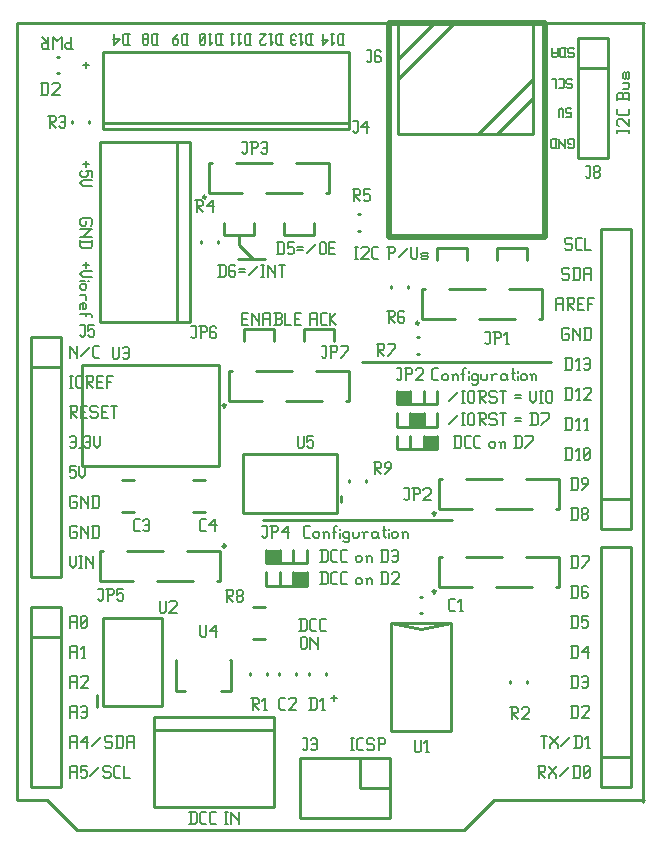
<source format=gbr>
G04 start of page 8 for group -4079 idx -4079 *
G04 Title: (unknown), topsilk *
G04 Creator: pcb 20140316 *
G04 CreationDate: Mon 18 May 2015 09:44:02 PM GMT UTC *
G04 For: ndholmes *
G04 Format: Gerber/RS-274X *
G04 PCB-Dimensions (mil): 2110.00 2710.00 *
G04 PCB-Coordinate-Origin: lower left *
%MOIN*%
%FSLAX25Y25*%
%LNTOPSILK*%
%ADD86C,0.0200*%
%ADD85C,0.0080*%
%ADD84C,0.0100*%
%ADD83C,0.0001*%
G54D83*G36*
X132000Y140000D02*X136500D01*
Y135500D01*
X132000D01*
Y140000D01*
G37*
G36*
X127500Y147500D02*X132000D01*
Y143000D01*
X127500D01*
Y147500D01*
G37*
G36*
X136500Y132500D02*X141000D01*
Y128000D01*
X136500D01*
Y132500D01*
G37*
G36*
X93000Y87000D02*X97500D01*
Y82500D01*
X93000D01*
Y87000D01*
G37*
G36*
X84000Y94500D02*X88500D01*
Y90000D01*
X84000D01*
Y94500D01*
G37*
G54D84*X150000Y1000D02*X21000D01*
X160000Y11000D02*X150000Y1000D01*
X1000Y11000D02*X11000D01*
X210000D02*X160000D01*
X83000Y104500D02*X146000D01*
X84000Y87000D02*Y82500D01*
Y94500D02*Y90000D01*
X88500Y82500D02*Y87000D01*
X97500D02*Y82500D01*
X84000D02*X97500D01*
X127500Y140000D02*Y135500D01*
Y132500D02*Y128000D01*
X132000D02*Y132500D01*
X127500Y147500D02*Y143000D01*
X132000D02*Y147500D01*
X136500Y143000D02*Y147500D01*
X141000D02*Y143000D01*
X127500D02*X141000D01*
X132000Y135500D02*Y140000D01*
X136500Y135500D02*Y140000D01*
X141000D02*Y135500D01*
X127500D02*X141000D01*
X136500Y128000D02*Y132500D01*
X127500Y128000D02*X141000D01*
Y132500D02*Y128000D01*
X116000Y157000D02*X179000D01*
X21000Y1000D02*X11000Y11000D01*
X1000D02*Y270000D01*
X88500Y90000D02*Y94500D01*
X93000Y90000D02*Y94500D01*
X97500D02*Y90000D01*
X84000D02*X97500D01*
X93000Y82500D02*Y87000D01*
X80000Y203500D02*Y199500D01*
X90000D02*Y203500D01*
X80000Y199500D02*X70000D01*
X100000D02*X90000D01*
X70000D02*Y203500D01*
X75000Y199500D02*Y196000D01*
X79500Y191500D01*
X74500D02*X83500D01*
X100000Y203500D02*Y199500D01*
X96500Y164000D02*Y168000D01*
X76500Y164000D02*Y168000D01*
X86500D02*X76500D01*
X86500D02*Y164000D01*
X209500Y269500D02*Y10500D01*
X128000Y251500D02*X146500Y270000D01*
X128000Y258000D02*X140000Y270000D01*
X128000Y233000D02*Y270000D01*
X173000Y251500D02*X154500Y233000D01*
X173000Y245000D02*X161000Y233000D01*
X173000D02*X128000D01*
X173000Y270000D02*Y233000D01*
X1000Y270000D02*X210000D01*
X141000Y191000D02*Y195000D01*
X151000D02*X141000D01*
X151000D02*Y191000D01*
X171000Y195000D02*Y191000D01*
X161000D02*Y195000D01*
X171000D02*X161000D01*
X106500Y168000D02*Y164000D01*
Y168000D02*X96500D01*
G54D85*X18500Y22000D02*Y18500D01*
Y22000D02*X19000Y22500D01*
X20500D01*
X21000Y22000D01*
Y18500D01*
X18500Y20500D02*X21000D01*
X22200Y22500D02*X24200D01*
X22200D02*Y20500D01*
X22700Y21000D01*
X23700D01*
X24200Y20500D01*
Y19000D01*
X23700Y18500D02*X24200Y19000D01*
X22700Y18500D02*X23700D01*
X22200Y19000D02*X22700Y18500D01*
X25400Y19000D02*X28400Y22000D01*
X31600Y22500D02*X32100Y22000D01*
X30100Y22500D02*X31600D01*
X29600Y22000D02*X30100Y22500D01*
X29600Y22000D02*Y21000D01*
X30100Y20500D01*
X31600D01*
X32100Y20000D01*
Y19000D01*
X31600Y18500D02*X32100Y19000D01*
X30100Y18500D02*X31600D01*
X29600Y19000D02*X30100Y18500D01*
X33800D02*X35300D01*
X33300Y19000D02*X33800Y18500D01*
X33300Y22000D02*Y19000D01*
Y22000D02*X33800Y22500D01*
X35300D01*
X36500D02*Y18500D01*
X38500D01*
X18500Y32000D02*Y28500D01*
Y32000D02*X19000Y32500D01*
X20500D01*
X21000Y32000D01*
Y28500D01*
X18500Y30500D02*X21000D01*
X22200D02*X24200Y32500D01*
X22200Y30500D02*X24700D01*
X24200Y32500D02*Y28500D01*
X25900Y29000D02*X28900Y32000D01*
X32100Y32500D02*X32600Y32000D01*
X30600Y32500D02*X32100D01*
X30100Y32000D02*X30600Y32500D01*
X30100Y32000D02*Y31000D01*
X30600Y30500D01*
X32100D01*
X32600Y30000D01*
Y29000D01*
X32100Y28500D02*X32600Y29000D01*
X30600Y28500D02*X32100D01*
X30100Y29000D02*X30600Y28500D01*
X34300Y32500D02*Y28500D01*
X35800Y32500D02*X36300Y32000D01*
Y29000D01*
X35800Y28500D02*X36300Y29000D01*
X33800Y28500D02*X35800D01*
X33800Y32500D02*X35800D01*
X37500Y32000D02*Y28500D01*
Y32000D02*X38000Y32500D01*
X39500D01*
X40000Y32000D01*
Y28500D01*
X37500Y30500D02*X40000D01*
X18500Y42000D02*Y38500D01*
Y42000D02*X19000Y42500D01*
X20500D01*
X21000Y42000D01*
Y38500D01*
X18500Y40500D02*X21000D01*
X22200Y42000D02*X22700Y42500D01*
X23700D01*
X24200Y42000D01*
Y39000D01*
X23700Y38500D02*X24200Y39000D01*
X22700Y38500D02*X23700D01*
X22200Y39000D02*X22700Y38500D01*
Y40500D02*X24200D01*
X18500Y52000D02*Y48500D01*
Y52000D02*X19000Y52500D01*
X20500D01*
X21000Y52000D01*
Y48500D01*
X18500Y50500D02*X21000D01*
X22200Y52000D02*X22700Y52500D01*
X24200D01*
X24700Y52000D01*
Y51000D01*
X22200Y48500D02*X24700Y51000D01*
X22200Y48500D02*X24700D01*
X18500Y62000D02*Y58500D01*
Y62000D02*X19000Y62500D01*
X20500D01*
X21000Y62000D01*
Y58500D01*
X18500Y60500D02*X21000D01*
X22700Y58500D02*X23700D01*
X23200Y62500D02*Y58500D01*
X22200Y61500D02*X23200Y62500D01*
X58800Y7200D02*Y3200D01*
X60300Y7200D02*X60800Y6700D01*
Y3700D01*
X60300Y3200D02*X60800Y3700D01*
X58300Y3200D02*X60300D01*
X58300Y7200D02*X60300D01*
X62500Y3200D02*X64000D01*
X62000Y3700D02*X62500Y3200D01*
X62000Y6700D02*Y3700D01*
Y6700D02*X62500Y7200D01*
X64000D01*
X65700Y3200D02*X67200D01*
X65200Y3700D02*X65700Y3200D01*
X65200Y6700D02*Y3700D01*
Y6700D02*X65700Y7200D01*
X67200D01*
X70200D02*X71200D01*
X70700D02*Y3200D01*
X70200D02*X71200D01*
X72400Y7200D02*Y3200D01*
Y7200D02*Y6700D01*
X74900Y4200D01*
Y7200D02*Y3200D01*
X18500Y72000D02*Y68500D01*
Y72000D02*X19000Y72500D01*
X20500D01*
X21000Y72000D01*
Y68500D01*
X18500Y70500D02*X21000D01*
X22200Y69000D02*X22700Y68500D01*
X22200Y72000D02*Y69000D01*
Y72000D02*X22700Y72500D01*
X23700D01*
X24200Y72000D01*
Y69000D01*
X23700Y68500D02*X24200Y69000D01*
X22700Y68500D02*X23700D01*
X22200Y69500D02*X24200Y71500D01*
X18500Y92500D02*Y89500D01*
X19500Y88500D01*
X20500Y89500D01*
Y92500D02*Y89500D01*
X21700Y92500D02*X22700D01*
X22200D02*Y88500D01*
X21700D02*X22700D01*
X23900Y92500D02*Y88500D01*
Y92500D02*Y92000D01*
X26400Y89500D01*
Y92500D02*Y88500D01*
X186000Y52500D02*Y48500D01*
X187500Y52500D02*X188000Y52000D01*
Y49000D01*
X187500Y48500D02*X188000Y49000D01*
X185500Y48500D02*X187500D01*
X185500Y52500D02*X187500D01*
X189200Y52000D02*X189700Y52500D01*
X190700D01*
X191200Y52000D01*
Y49000D01*
X190700Y48500D02*X191200Y49000D01*
X189700Y48500D02*X190700D01*
X189200Y49000D02*X189700Y48500D01*
Y50500D02*X191200D01*
X186000Y62500D02*Y58500D01*
X187500Y62500D02*X188000Y62000D01*
Y59000D01*
X187500Y58500D02*X188000Y59000D01*
X185500Y58500D02*X187500D01*
X185500Y62500D02*X187500D01*
X189200Y60500D02*X191200Y62500D01*
X189200Y60500D02*X191700D01*
X191200Y62500D02*Y58500D01*
X186000Y42500D02*Y38500D01*
X187500Y42500D02*X188000Y42000D01*
Y39000D01*
X187500Y38500D02*X188000Y39000D01*
X185500Y38500D02*X187500D01*
X185500Y42500D02*X187500D01*
X189200Y42000D02*X189700Y42500D01*
X191200D01*
X191700Y42000D01*
Y41000D01*
X189200Y38500D02*X191700Y41000D01*
X189200Y38500D02*X191700D01*
X174500Y22500D02*X176500D01*
X177000Y22000D01*
Y21000D01*
X176500Y20500D02*X177000Y21000D01*
X175000Y20500D02*X176500D01*
X175000Y22500D02*Y18500D01*
Y20500D02*X177000Y18500D01*
X178200Y22500D02*Y22000D01*
X180700Y19500D01*
Y18500D01*
X178200Y19500D02*Y18500D01*
Y19500D02*X180700Y22000D01*
Y22500D02*Y22000D01*
X181900Y19000D02*X184900Y22000D01*
X186600Y22500D02*Y18500D01*
X188100Y22500D02*X188600Y22000D01*
Y19000D01*
X188100Y18500D02*X188600Y19000D01*
X186100Y18500D02*X188100D01*
X186100Y22500D02*X188100D01*
X189800Y19000D02*X190300Y18500D01*
X189800Y22000D02*Y19000D01*
Y22000D02*X190300Y22500D01*
X191300D01*
X191800Y22000D01*
Y19000D01*
X191300Y18500D02*X191800Y19000D01*
X190300Y18500D02*X191300D01*
X189800Y19500D02*X191800Y21500D01*
X112100Y31600D02*X113100D01*
X112600D02*Y27600D01*
X112100D02*X113100D01*
X114800D02*X116300D01*
X114300Y28100D02*X114800Y27600D01*
X114300Y31100D02*Y28100D01*
Y31100D02*X114800Y31600D01*
X116300D01*
X119500D02*X120000Y31100D01*
X118000Y31600D02*X119500D01*
X117500Y31100D02*X118000Y31600D01*
X117500Y31100D02*Y30100D01*
X118000Y29600D01*
X119500D01*
X120000Y29100D01*
Y28100D01*
X119500Y27600D02*X120000Y28100D01*
X118000Y27600D02*X119500D01*
X117500Y28100D02*X118000Y27600D01*
X121700Y31600D02*Y27600D01*
X121200Y31600D02*X123200D01*
X123700Y31100D01*
Y30100D01*
X123200Y29600D02*X123700Y30100D01*
X121700Y29600D02*X123200D01*
X175500Y32500D02*X177500D01*
X176500D02*Y28500D01*
X178700Y32500D02*Y32000D01*
X181200Y29500D01*
Y28500D01*
X178700Y29500D02*Y28500D01*
Y29500D02*X181200Y32000D01*
Y32500D02*Y32000D01*
X182400Y29000D02*X185400Y32000D01*
X187100Y32500D02*Y28500D01*
X188600Y32500D02*X189100Y32000D01*
Y29000D01*
X188600Y28500D02*X189100Y29000D01*
X186600Y28500D02*X188600D01*
X186600Y32500D02*X188600D01*
X190800Y28500D02*X191800D01*
X191300Y32500D02*Y28500D01*
X190300Y31500D02*X191300Y32500D01*
X105500Y45000D02*X107500D01*
X106500Y46000D02*Y44000D01*
X186000Y92500D02*Y88500D01*
X187500Y92500D02*X188000Y92000D01*
Y89000D01*
X187500Y88500D02*X188000Y89000D01*
X185500Y88500D02*X187500D01*
X185500Y92500D02*X187500D01*
X189200Y88500D02*X191700Y91000D01*
Y92500D02*Y91000D01*
X189200Y92500D02*X191700D01*
X186000Y82500D02*Y78500D01*
X187500Y82500D02*X188000Y82000D01*
Y79000D01*
X187500Y78500D02*X188000Y79000D01*
X185500Y78500D02*X187500D01*
X185500Y82500D02*X187500D01*
X190700D02*X191200Y82000D01*
X189700Y82500D02*X190700D01*
X189200Y82000D02*X189700Y82500D01*
X189200Y82000D02*Y79000D01*
X189700Y78500D01*
X190700Y80500D02*X191200Y80000D01*
X189200Y80500D02*X190700D01*
X189700Y78500D02*X190700D01*
X191200Y79000D01*
Y80000D02*Y79000D01*
X186000Y72500D02*Y68500D01*
X187500Y72500D02*X188000Y72000D01*
Y69000D01*
X187500Y68500D02*X188000Y69000D01*
X185500Y68500D02*X187500D01*
X185500Y72500D02*X187500D01*
X189200D02*X191200D01*
X189200D02*Y70500D01*
X189700Y71000D01*
X190700D01*
X191200Y70500D01*
Y69000D01*
X190700Y68500D02*X191200Y69000D01*
X189700Y68500D02*X190700D01*
X189200Y69000D02*X189700Y68500D01*
X97000Y98500D02*X98500D01*
X96500Y99000D02*X97000Y98500D01*
X96500Y102000D02*Y99000D01*
Y102000D02*X97000Y102500D01*
X98500D01*
X99700Y100000D02*Y99000D01*
Y100000D02*X100200Y100500D01*
X101200D01*
X101700Y100000D01*
Y99000D01*
X101200Y98500D02*X101700Y99000D01*
X100200Y98500D02*X101200D01*
X99700Y99000D02*X100200Y98500D01*
X103400Y100000D02*Y98500D01*
Y100000D02*X103900Y100500D01*
X104400D01*
X104900Y100000D01*
Y98500D01*
X102900Y100500D02*X103400Y100000D01*
X106600Y102000D02*Y98500D01*
Y102000D02*X107100Y102500D01*
X107600D01*
X106100Y100500D02*X107100D01*
X108600Y101500D02*Y101000D01*
Y100000D02*Y98500D01*
X111100Y100500D02*X111600Y100000D01*
X110100Y100500D02*X111100D01*
X109600Y100000D02*X110100Y100500D01*
X109600Y100000D02*Y99000D01*
X110100Y98500D01*
X111100D01*
X111600Y99000D01*
X109600Y97500D02*X110100Y97000D01*
X111100D01*
X111600Y97500D01*
Y100500D02*Y97500D01*
X112800Y100500D02*Y99000D01*
X113300Y98500D01*
X114300D01*
X114800Y99000D01*
Y100500D02*Y99000D01*
X116500Y100000D02*Y98500D01*
Y100000D02*X117000Y100500D01*
X118000D01*
X116000D02*X116500Y100000D01*
X120700Y100500D02*X121200Y100000D01*
X119700Y100500D02*X120700D01*
X119200Y100000D02*X119700Y100500D01*
X119200Y100000D02*Y99000D01*
X119700Y98500D01*
X121200Y100500D02*Y99000D01*
X121700Y98500D01*
X119700D02*X120700D01*
X121200Y99000D01*
X123400Y102500D02*Y99000D01*
X123900Y98500D01*
X122900Y101000D02*X123900D01*
X124900Y101500D02*Y101000D01*
Y100000D02*Y98500D01*
X125900Y100000D02*Y99000D01*
Y100000D02*X126400Y100500D01*
X127400D01*
X127900Y100000D01*
Y99000D01*
X127400Y98500D02*X127900Y99000D01*
X126400Y98500D02*X127400D01*
X125900Y99000D02*X126400Y98500D01*
X129600Y100000D02*Y98500D01*
Y100000D02*X130100Y100500D01*
X130600D01*
X131100Y100000D01*
Y98500D01*
X129100Y100500D02*X129600Y100000D01*
X102500Y87000D02*Y83000D01*
X104000Y87000D02*X104500Y86500D01*
Y83500D01*
X104000Y83000D02*X104500Y83500D01*
X102000Y83000D02*X104000D01*
X102000Y87000D02*X104000D01*
X106200Y83000D02*X107700D01*
X105700Y83500D02*X106200Y83000D01*
X105700Y86500D02*Y83500D01*
Y86500D02*X106200Y87000D01*
X107700D01*
X109400Y83000D02*X110900D01*
X108900Y83500D02*X109400Y83000D01*
X108900Y86500D02*Y83500D01*
Y86500D02*X109400Y87000D01*
X110900D01*
X113900Y84500D02*Y83500D01*
Y84500D02*X114400Y85000D01*
X115400D01*
X115900Y84500D01*
Y83500D01*
X115400Y83000D02*X115900Y83500D01*
X114400Y83000D02*X115400D01*
X113900Y83500D02*X114400Y83000D01*
X117600Y84500D02*Y83000D01*
Y84500D02*X118100Y85000D01*
X118600D01*
X119100Y84500D01*
Y83000D01*
X117100Y85000D02*X117600Y84500D01*
X122600Y87000D02*Y83000D01*
X124100Y87000D02*X124600Y86500D01*
Y83500D01*
X124100Y83000D02*X124600Y83500D01*
X122100Y83000D02*X124100D01*
X122100Y87000D02*X124100D01*
X125800Y86500D02*X126300Y87000D01*
X127800D01*
X128300Y86500D01*
Y85500D01*
X125800Y83000D02*X128300Y85500D01*
X125800Y83000D02*X128300D01*
X102500Y94500D02*Y90500D01*
X104000Y94500D02*X104500Y94000D01*
Y91000D01*
X104000Y90500D02*X104500Y91000D01*
X102000Y90500D02*X104000D01*
X102000Y94500D02*X104000D01*
X106200Y90500D02*X107700D01*
X105700Y91000D02*X106200Y90500D01*
X105700Y94000D02*Y91000D01*
Y94000D02*X106200Y94500D01*
X107700D01*
X109400Y90500D02*X110900D01*
X108900Y91000D02*X109400Y90500D01*
X108900Y94000D02*Y91000D01*
Y94000D02*X109400Y94500D01*
X110900D01*
X113900Y92000D02*Y91000D01*
Y92000D02*X114400Y92500D01*
X115400D01*
X115900Y92000D01*
Y91000D01*
X115400Y90500D02*X115900Y91000D01*
X114400Y90500D02*X115400D01*
X113900Y91000D02*X114400Y90500D01*
X117600Y92000D02*Y90500D01*
Y92000D02*X118100Y92500D01*
X118600D01*
X119100Y92000D01*
Y90500D01*
X117100Y92500D02*X117600Y92000D01*
X122600Y94500D02*Y90500D01*
X124100Y94500D02*X124600Y94000D01*
Y91000D01*
X124100Y90500D02*X124600Y91000D01*
X122100Y90500D02*X124100D01*
X122100Y94500D02*X124100D01*
X125800Y94000D02*X126300Y94500D01*
X127300D01*
X127800Y94000D01*
Y91000D01*
X127300Y90500D02*X127800Y91000D01*
X126300Y90500D02*X127300D01*
X125800Y91000D02*X126300Y90500D01*
Y92500D02*X127800D01*
X95500Y71500D02*Y67500D01*
X97000Y71500D02*X97500Y71000D01*
Y68000D01*
X97000Y67500D02*X97500Y68000D01*
X95000Y67500D02*X97000D01*
X95000Y71500D02*X97000D01*
X99200Y67500D02*X100700D01*
X98700Y68000D02*X99200Y67500D01*
X98700Y71000D02*Y68000D01*
Y71000D02*X99200Y71500D01*
X100700D01*
X102400Y67500D02*X103900D01*
X101900Y68000D02*X102400Y67500D01*
X101900Y71000D02*Y68000D01*
Y71000D02*X102400Y71500D01*
X103900D01*
X95500Y65000D02*Y62000D01*
Y65000D02*X96000Y65500D01*
X97000D01*
X97500Y65000D01*
Y62000D01*
X97000Y61500D02*X97500Y62000D01*
X96000Y61500D02*X97000D01*
X95500Y62000D02*X96000Y61500D01*
X98700Y65500D02*Y61500D01*
Y65500D02*Y65000D01*
X101200Y62500D01*
Y65500D02*Y61500D01*
X18500Y122500D02*X20500D01*
X18500D02*Y120500D01*
X19000Y121000D01*
X20000D01*
X20500Y120500D01*
Y119000D01*
X20000Y118500D02*X20500Y119000D01*
X19000Y118500D02*X20000D01*
X18500Y119000D02*X19000Y118500D01*
X21700Y122500D02*Y119500D01*
X22700Y118500D01*
X23700Y119500D01*
Y122500D02*Y119500D01*
X18500Y132000D02*X19000Y132500D01*
X20000D01*
X20500Y132000D01*
Y129000D01*
X20000Y128500D02*X20500Y129000D01*
X19000Y128500D02*X20000D01*
X18500Y129000D02*X19000Y128500D01*
Y130500D02*X20500D01*
X21700Y128500D02*X22200D01*
X23400Y132000D02*X23900Y132500D01*
X24900D01*
X25400Y132000D01*
Y129000D01*
X24900Y128500D02*X25400Y129000D01*
X23900Y128500D02*X24900D01*
X23400Y129000D02*X23900Y128500D01*
Y130500D02*X25400D01*
X26600Y132500D02*Y129500D01*
X27600Y128500D01*
X28600Y129500D01*
Y132500D02*Y129500D01*
X18500Y142500D02*X20500D01*
X21000Y142000D01*
Y141000D01*
X20500Y140500D02*X21000Y141000D01*
X19000Y140500D02*X20500D01*
X19000Y142500D02*Y138500D01*
Y140500D02*X21000Y138500D01*
X22200Y140500D02*X23700D01*
X22200Y138500D02*X24200D01*
X22200Y142500D02*Y138500D01*
Y142500D02*X24200D01*
X27400D02*X27900Y142000D01*
X25900Y142500D02*X27400D01*
X25400Y142000D02*X25900Y142500D01*
X25400Y142000D02*Y141000D01*
X25900Y140500D01*
X27400D01*
X27900Y140000D01*
Y139000D01*
X27400Y138500D02*X27900Y139000D01*
X25900Y138500D02*X27400D01*
X25400Y139000D02*X25900Y138500D01*
X29100Y140500D02*X30600D01*
X29100Y138500D02*X31100D01*
X29100Y142500D02*Y138500D01*
Y142500D02*X31100D01*
X32300D02*X34300D01*
X33300D02*Y138500D01*
X18500Y162500D02*Y158500D01*
Y162500D02*Y162000D01*
X21000Y159500D01*
Y162500D02*Y158500D01*
X22200Y159000D02*X25200Y162000D01*
X26900Y158500D02*X28400D01*
X26400Y159000D02*X26900Y158500D01*
X26400Y162000D02*Y159000D01*
Y162000D02*X26900Y162500D01*
X28400D01*
X18500Y152500D02*X19500D01*
X19000D02*Y148500D01*
X18500D02*X19500D01*
X20700Y152000D02*Y149000D01*
Y152000D02*X21200Y152500D01*
X22200D01*
X22700Y152000D01*
Y149000D01*
X22200Y148500D02*X22700Y149000D01*
X21200Y148500D02*X22200D01*
X20700Y149000D02*X21200Y148500D01*
X23900Y152500D02*X25900D01*
X26400Y152000D01*
Y151000D01*
X25900Y150500D02*X26400Y151000D01*
X24400Y150500D02*X25900D01*
X24400Y152500D02*Y148500D01*
Y150500D02*X26400Y148500D01*
X27600Y150500D02*X29100D01*
X27600Y148500D02*X29600D01*
X27600Y152500D02*Y148500D01*
Y152500D02*X29600D01*
X30800D02*Y148500D01*
Y152500D02*X32800D01*
X30800Y150500D02*X32300D01*
X20500Y102500D02*X21000Y102000D01*
X19000Y102500D02*X20500D01*
X18500Y102000D02*X19000Y102500D01*
X18500Y102000D02*Y99000D01*
X19000Y98500D01*
X20500D01*
X21000Y99000D01*
Y100000D02*Y99000D01*
X20500Y100500D02*X21000Y100000D01*
X19500Y100500D02*X20500D01*
X22200Y102500D02*Y98500D01*
Y102500D02*Y102000D01*
X24700Y99500D01*
Y102500D02*Y98500D01*
X26400Y102500D02*Y98500D01*
X27900Y102500D02*X28400Y102000D01*
Y99000D01*
X27900Y98500D02*X28400Y99000D01*
X25900Y98500D02*X27900D01*
X25900Y102500D02*X27900D01*
X20500Y112500D02*X21000Y112000D01*
X19000Y112500D02*X20500D01*
X18500Y112000D02*X19000Y112500D01*
X18500Y112000D02*Y109000D01*
X19000Y108500D01*
X20500D01*
X21000Y109000D01*
Y110000D02*Y109000D01*
X20500Y110500D02*X21000Y110000D01*
X19500Y110500D02*X20500D01*
X22200Y112500D02*Y108500D01*
Y112500D02*Y112000D01*
X24700Y109500D01*
Y112500D02*Y108500D01*
X26400Y112500D02*Y108500D01*
X27900Y112500D02*X28400Y112000D01*
Y109000D01*
X27900Y108500D02*X28400Y109000D01*
X25900Y108500D02*X27900D01*
X25900Y112500D02*X27900D01*
X26000Y203000D02*X25500Y202500D01*
X26000Y204500D02*Y203000D01*
X25500Y205000D02*X26000Y204500D01*
X22500Y205000D02*X25500D01*
X22500D02*X22000Y204500D01*
Y203000D01*
X22500Y202500D01*
X23500D01*
X24000Y203000D02*X23500Y202500D01*
X24000Y204000D02*Y203000D01*
X22000Y201300D02*X26000D01*
X25500D02*X26000D01*
X25500D02*X23000Y198800D01*
X22000D02*X26000D01*
X22000Y197100D02*X26000D01*
Y195600D02*X25500Y195100D01*
X22500D02*X25500D01*
X22000Y195600D02*X22500Y195100D01*
X22000Y197600D02*Y195600D01*
X26000Y197600D02*Y195600D01*
X24000Y224000D02*Y222000D01*
X23000Y223000D02*X25000D01*
X26000Y220800D02*Y218800D01*
X24000Y220800D02*X26000D01*
X24000D02*X24500Y220300D01*
Y219300D01*
X24000Y218800D01*
X22500D02*X24000D01*
X22000Y219300D02*X22500Y218800D01*
X22000Y220300D02*Y219300D01*
X22500Y220800D02*X22000Y220300D01*
X23000Y217600D02*X26000D01*
X23000D02*X22000Y216600D01*
X23000Y215600D01*
X26000D01*
X24000Y190500D02*Y188500D01*
X23000Y189500D02*X25000D01*
X23000Y187300D02*X26000D01*
X23000D02*X22000Y186300D01*
X23000Y185300D01*
X26000D01*
X24500Y184100D02*X25000D01*
X22000D02*X23500D01*
X22500Y183100D02*X23500D01*
X24000Y182600D01*
Y181600D01*
X23500Y181100D01*
X22500D02*X23500D01*
X22000Y181600D02*X22500Y181100D01*
X22000Y182600D02*Y181600D01*
X22500Y183100D02*X22000Y182600D01*
Y179400D02*X23500D01*
X24000Y178900D01*
Y177900D01*
Y179900D02*X23500Y179400D01*
X22000Y176200D02*Y174700D01*
X22500Y176700D02*X22000Y176200D01*
X22500Y176700D02*X23500D01*
X24000Y176200D01*
Y175200D01*
X23500Y174700D01*
X23000Y176700D02*Y174700D01*
X23500D01*
X22000Y173000D02*X25500D01*
X26000Y172500D01*
Y172000D01*
X24000Y173500D02*Y172500D01*
X23000Y256000D02*X25000D01*
X24000Y257000D02*Y255000D01*
X19000Y265500D02*Y261500D01*
X17500D02*X19500D01*
X17500D02*X17000Y262000D01*
Y263000D02*Y262000D01*
X17500Y263500D02*X17000Y263000D01*
X17500Y263500D02*X19000D01*
X15800Y265500D02*Y261500D01*
Y265500D02*X14300Y264000D01*
X12800Y265500D01*
Y261500D01*
X9600D02*X11600D01*
X9600D02*X9100Y262000D01*
Y263000D02*Y262000D01*
X9600Y263500D02*X9100Y263000D01*
X9600Y263500D02*X11100D01*
Y265500D02*Y261500D01*
Y263500D02*X9100Y265500D01*
X38050Y266500D02*Y262900D01*
X36700D02*X36250Y263350D01*
Y266050D02*Y263350D01*
X36700Y266500D02*X36250Y266050D01*
X36700Y266500D02*X38500D01*
X36700Y262900D02*X38500D01*
X35170Y264700D02*X33370Y262900D01*
X32920Y264700D02*X35170D01*
X33370Y266500D02*Y262900D01*
X47550Y266500D02*Y262900D01*
X46200D02*X45750Y263350D01*
Y266050D02*Y263350D01*
X46200Y266500D02*X45750Y266050D01*
X46200Y266500D02*X48000D01*
X46200Y262900D02*X48000D01*
X44670Y266050D02*X44220Y266500D01*
X44670Y266050D02*Y265150D01*
X44220Y264700D01*
X43320D02*X44220D01*
X43320D02*X42870Y265150D01*
Y266050D02*Y265150D01*
X43320Y266500D02*X42870Y266050D01*
X43320Y266500D02*X44220D01*
X44670Y264250D02*X44220Y264700D01*
X44670Y264250D02*Y263350D01*
X44220Y262900D01*
X43320D02*X44220D01*
X43320D02*X42870Y263350D01*
Y264250D02*Y263350D01*
X43320Y264700D02*X42870Y264250D01*
X186000Y108500D02*Y104500D01*
X187500Y108500D02*X188000Y108000D01*
Y105000D01*
X187500Y104500D02*X188000Y105000D01*
X185500Y104500D02*X187500D01*
X185500Y108500D02*X187500D01*
X189200Y105000D02*X189700Y104500D01*
X189200Y106000D02*Y105000D01*
Y106000D02*X189700Y106500D01*
X190700D01*
X191200Y106000D01*
Y105000D01*
X190700Y104500D02*X191200Y105000D01*
X189700Y104500D02*X190700D01*
X189200Y107000D02*X189700Y106500D01*
X189200Y108000D02*Y107000D01*
Y108000D02*X189700Y108500D01*
X190700D01*
X191200Y108000D01*
Y107000D01*
X190700Y106500D02*X191200Y107000D01*
X184000Y128500D02*Y124500D01*
X185500Y128500D02*X186000Y128000D01*
Y125000D01*
X185500Y124500D02*X186000Y125000D01*
X183500Y124500D02*X185500D01*
X183500Y128500D02*X185500D01*
X187700Y124500D02*X188700D01*
X188200Y128500D02*Y124500D01*
X187200Y127500D02*X188200Y128500D01*
X189900Y125000D02*X190400Y124500D01*
X189900Y128000D02*Y125000D01*
Y128000D02*X190400Y128500D01*
X191400D01*
X191900Y128000D01*
Y125000D01*
X191400Y124500D02*X191900Y125000D01*
X190400Y124500D02*X191400D01*
X189900Y125500D02*X191900Y127500D01*
X186000Y118500D02*Y114500D01*
X187500Y118500D02*X188000Y118000D01*
Y115000D01*
X187500Y114500D02*X188000Y115000D01*
X185500Y114500D02*X187500D01*
X185500Y118500D02*X187500D01*
X189200Y114500D02*X191200Y116500D01*
Y118000D02*Y116500D01*
X190700Y118500D02*X191200Y118000D01*
X189700Y118500D02*X190700D01*
X189200Y118000D02*X189700Y118500D01*
X189200Y118000D02*Y117000D01*
X189700Y116500D01*
X191200D01*
X180500Y178000D02*Y174500D01*
Y178000D02*X181000Y178500D01*
X182500D01*
X183000Y178000D01*
Y174500D01*
X180500Y176500D02*X183000D01*
X184200Y178500D02*X186200D01*
X186700Y178000D01*
Y177000D01*
X186200Y176500D02*X186700Y177000D01*
X184700Y176500D02*X186200D01*
X184700Y178500D02*Y174500D01*
Y176500D02*X186700Y174500D01*
X187900Y176500D02*X189400D01*
X187900Y174500D02*X189900D01*
X187900Y178500D02*Y174500D01*
Y178500D02*X189900D01*
X191100D02*Y174500D01*
Y178500D02*X193100D01*
X191100Y176500D02*X192600D01*
X184500Y188500D02*X185000Y188000D01*
X183000Y188500D02*X184500D01*
X182500Y188000D02*X183000Y188500D01*
X182500Y188000D02*Y187000D01*
X183000Y186500D01*
X184500D01*
X185000Y186000D01*
Y185000D01*
X184500Y184500D02*X185000Y185000D01*
X183000Y184500D02*X184500D01*
X182500Y185000D02*X183000Y184500D01*
X186700Y188500D02*Y184500D01*
X188200Y188500D02*X188700Y188000D01*
Y185000D01*
X188200Y184500D02*X188700Y185000D01*
X186200Y184500D02*X188200D01*
X186200Y188500D02*X188200D01*
X189900Y188000D02*Y184500D01*
Y188000D02*X190400Y188500D01*
X191900D01*
X192400Y188000D01*
Y184500D01*
X189900Y186500D02*X192400D01*
X185500Y198500D02*X186000Y198000D01*
X184000Y198500D02*X185500D01*
X183500Y198000D02*X184000Y198500D01*
X183500Y198000D02*Y197000D01*
X184000Y196500D01*
X185500D01*
X186000Y196000D01*
Y195000D01*
X185500Y194500D02*X186000Y195000D01*
X184000Y194500D02*X185500D01*
X183500Y195000D02*X184000Y194500D01*
X187700D02*X189200D01*
X187200Y195000D02*X187700Y194500D01*
X187200Y198000D02*Y195000D01*
Y198000D02*X187700Y198500D01*
X189200D01*
X190400D02*Y194500D01*
X192400D01*
X184500Y168500D02*X185000Y168000D01*
X183000Y168500D02*X184500D01*
X182500Y168000D02*X183000Y168500D01*
X182500Y168000D02*Y165000D01*
X183000Y164500D01*
X184500D01*
X185000Y165000D01*
Y166000D02*Y165000D01*
X184500Y166500D02*X185000Y166000D01*
X183500Y166500D02*X184500D01*
X186200Y168500D02*Y164500D01*
Y168500D02*Y168000D01*
X188700Y165500D01*
Y168500D02*Y164500D01*
X190400Y168500D02*Y164500D01*
X191900Y168500D02*X192400Y168000D01*
Y165000D01*
X191900Y164500D02*X192400Y165000D01*
X189900Y164500D02*X191900D01*
X189900Y168500D02*X191900D01*
X184000Y158500D02*Y154500D01*
X185500Y158500D02*X186000Y158000D01*
Y155000D01*
X185500Y154500D02*X186000Y155000D01*
X183500Y154500D02*X185500D01*
X183500Y158500D02*X185500D01*
X187700Y154500D02*X188700D01*
X188200Y158500D02*Y154500D01*
X187200Y157500D02*X188200Y158500D01*
X189900Y158000D02*X190400Y158500D01*
X191400D01*
X191900Y158000D01*
Y155000D01*
X191400Y154500D02*X191900Y155000D01*
X190400Y154500D02*X191400D01*
X189900Y155000D02*X190400Y154500D01*
Y156500D02*X191900D01*
X184000Y148500D02*Y144500D01*
X185500Y148500D02*X186000Y148000D01*
Y145000D01*
X185500Y144500D02*X186000Y145000D01*
X183500Y144500D02*X185500D01*
X183500Y148500D02*X185500D01*
X187700Y144500D02*X188700D01*
X188200Y148500D02*Y144500D01*
X187200Y147500D02*X188200Y148500D01*
X189900Y148000D02*X190400Y148500D01*
X191900D01*
X192400Y148000D01*
Y147000D01*
X189900Y144500D02*X192400Y147000D01*
X189900Y144500D02*X192400D01*
X184000Y138500D02*Y134500D01*
X185500Y138500D02*X186000Y138000D01*
Y135000D01*
X185500Y134500D02*X186000Y135000D01*
X183500Y134500D02*X185500D01*
X183500Y138500D02*X185500D01*
X187700Y134500D02*X188700D01*
X188200Y138500D02*Y134500D01*
X187200Y137500D02*X188200Y138500D01*
X190400Y134500D02*X191400D01*
X190900Y138500D02*Y134500D01*
X189900Y137500D02*X190900Y138500D01*
X145000Y144000D02*X148000Y147000D01*
X149200Y147500D02*X150200D01*
X149700D02*Y143500D01*
X149200D02*X150200D01*
X151400Y147000D02*Y144000D01*
Y147000D02*X151900Y147500D01*
X152900D01*
X153400Y147000D01*
Y144000D01*
X152900Y143500D02*X153400Y144000D01*
X151900Y143500D02*X152900D01*
X151400Y144000D02*X151900Y143500D01*
X154600Y147500D02*X156600D01*
X157100Y147000D01*
Y146000D01*
X156600Y145500D02*X157100Y146000D01*
X155100Y145500D02*X156600D01*
X155100Y147500D02*Y143500D01*
Y145500D02*X157100Y143500D01*
X160300Y147500D02*X160800Y147000D01*
X158800Y147500D02*X160300D01*
X158300Y147000D02*X158800Y147500D01*
X158300Y147000D02*Y146000D01*
X158800Y145500D01*
X160300D01*
X160800Y145000D01*
Y144000D01*
X160300Y143500D02*X160800Y144000D01*
X158800Y143500D02*X160300D01*
X158300Y144000D02*X158800Y143500D01*
X162000Y147500D02*X164000D01*
X163000D02*Y143500D01*
X167000Y146000D02*X169000D01*
X167000Y145000D02*X169000D01*
X172000Y147500D02*Y144500D01*
X173000Y143500D01*
X174000Y144500D01*
Y147500D02*Y144500D01*
X175200Y147500D02*X176200D01*
X175700D02*Y143500D01*
X175200D02*X176200D01*
X177400Y147000D02*Y144000D01*
Y147000D02*X177900Y147500D01*
X178900D01*
X179400Y147000D01*
Y144000D01*
X178900Y143500D02*X179400Y144000D01*
X177900Y143500D02*X178900D01*
X177400Y144000D02*X177900Y143500D01*
X145000Y136500D02*X148000Y139500D01*
X149200Y140000D02*X150200D01*
X149700D02*Y136000D01*
X149200D02*X150200D01*
X151400Y139500D02*Y136500D01*
Y139500D02*X151900Y140000D01*
X152900D01*
X153400Y139500D01*
Y136500D01*
X152900Y136000D02*X153400Y136500D01*
X151900Y136000D02*X152900D01*
X151400Y136500D02*X151900Y136000D01*
X154600Y140000D02*X156600D01*
X157100Y139500D01*
Y138500D01*
X156600Y138000D02*X157100Y138500D01*
X155100Y138000D02*X156600D01*
X155100Y140000D02*Y136000D01*
Y138000D02*X157100Y136000D01*
X160300Y140000D02*X160800Y139500D01*
X158800Y140000D02*X160300D01*
X158300Y139500D02*X158800Y140000D01*
X158300Y139500D02*Y138500D01*
X158800Y138000D01*
X160300D01*
X160800Y137500D01*
Y136500D01*
X160300Y136000D02*X160800Y136500D01*
X158800Y136000D02*X160300D01*
X158300Y136500D02*X158800Y136000D01*
X162000Y140000D02*X164000D01*
X163000D02*Y136000D01*
X167000Y138500D02*X169000D01*
X167000Y137500D02*X169000D01*
X172500Y140000D02*Y136000D01*
X174000Y140000D02*X174500Y139500D01*
Y136500D01*
X174000Y136000D02*X174500Y136500D01*
X172000Y136000D02*X174000D01*
X172000Y140000D02*X174000D01*
X175700Y136000D02*X178200Y138500D01*
Y140000D02*Y138500D01*
X175700Y140000D02*X178200D01*
X147000Y132500D02*Y128500D01*
X148500Y132500D02*X149000Y132000D01*
Y129000D01*
X148500Y128500D02*X149000Y129000D01*
X146500Y128500D02*X148500D01*
X146500Y132500D02*X148500D01*
X150700Y128500D02*X152200D01*
X150200Y129000D02*X150700Y128500D01*
X150200Y132000D02*Y129000D01*
Y132000D02*X150700Y132500D01*
X152200D01*
X153900Y128500D02*X155400D01*
X153400Y129000D02*X153900Y128500D01*
X153400Y132000D02*Y129000D01*
Y132000D02*X153900Y132500D01*
X155400D01*
X158400Y130000D02*Y129000D01*
Y130000D02*X158900Y130500D01*
X159900D01*
X160400Y130000D01*
Y129000D01*
X159900Y128500D02*X160400Y129000D01*
X158900Y128500D02*X159900D01*
X158400Y129000D02*X158900Y128500D01*
X162100Y130000D02*Y128500D01*
Y130000D02*X162600Y130500D01*
X163100D01*
X163600Y130000D01*
Y128500D01*
X161600Y130500D02*X162100Y130000D01*
X167100Y132500D02*Y128500D01*
X168600Y132500D02*X169100Y132000D01*
Y129000D01*
X168600Y128500D02*X169100Y129000D01*
X166600Y128500D02*X168600D01*
X166600Y132500D02*X168600D01*
X170300Y128500D02*X172800Y131000D01*
Y132500D02*Y131000D01*
X170300Y132500D02*X172800D01*
X127500Y155000D02*X129000D01*
Y151500D01*
X128500Y151000D02*X129000Y151500D01*
X128000Y151000D02*X128500D01*
X127500Y151500D02*X128000Y151000D01*
X130700Y155000D02*Y151000D01*
X130200Y155000D02*X132200D01*
X132700Y154500D01*
Y153500D01*
X132200Y153000D02*X132700Y153500D01*
X130700Y153000D02*X132200D01*
X133900Y154500D02*X134400Y155000D01*
X135900D01*
X136400Y154500D01*
Y153500D01*
X133900Y151000D02*X136400Y153500D01*
X133900Y151000D02*X136400D01*
X139900D02*X141400D01*
X139400Y151500D02*X139900Y151000D01*
X139400Y154500D02*Y151500D01*
Y154500D02*X139900Y155000D01*
X141400D01*
X142600Y152500D02*Y151500D01*
Y152500D02*X143100Y153000D01*
X144100D01*
X144600Y152500D01*
Y151500D01*
X144100Y151000D02*X144600Y151500D01*
X143100Y151000D02*X144100D01*
X142600Y151500D02*X143100Y151000D01*
X146300Y152500D02*Y151000D01*
Y152500D02*X146800Y153000D01*
X147300D01*
X147800Y152500D01*
Y151000D01*
X145800Y153000D02*X146300Y152500D01*
X149500Y154500D02*Y151000D01*
Y154500D02*X150000Y155000D01*
X150500D01*
X149000Y153000D02*X150000D01*
X151500Y154000D02*Y153500D01*
Y152500D02*Y151000D01*
X154000Y153000D02*X154500Y152500D01*
X153000Y153000D02*X154000D01*
X152500Y152500D02*X153000Y153000D01*
X152500Y152500D02*Y151500D01*
X153000Y151000D01*
X154000D01*
X154500Y151500D01*
X152500Y150000D02*X153000Y149500D01*
X154000D01*
X154500Y150000D01*
Y153000D02*Y150000D01*
X155700Y153000D02*Y151500D01*
X156200Y151000D01*
X157200D01*
X157700Y151500D01*
Y153000D02*Y151500D01*
X159400Y152500D02*Y151000D01*
Y152500D02*X159900Y153000D01*
X160900D01*
X158900D02*X159400Y152500D01*
X163600Y153000D02*X164100Y152500D01*
X162600Y153000D02*X163600D01*
X162100Y152500D02*X162600Y153000D01*
X162100Y152500D02*Y151500D01*
X162600Y151000D01*
X164100Y153000D02*Y151500D01*
X164600Y151000D01*
X162600D02*X163600D01*
X164100Y151500D01*
X166300Y155000D02*Y151500D01*
X166800Y151000D01*
X165800Y153500D02*X166800D01*
X167800Y154000D02*Y153500D01*
Y152500D02*Y151000D01*
X168800Y152500D02*Y151500D01*
Y152500D02*X169300Y153000D01*
X170300D01*
X170800Y152500D01*
Y151500D01*
X170300Y151000D02*X170800Y151500D01*
X169300Y151000D02*X170300D01*
X168800Y151500D02*X169300Y151000D01*
X172500Y152500D02*Y151000D01*
Y152500D02*X173000Y153000D01*
X173500D01*
X174000Y152500D01*
Y151000D01*
X172000Y153000D02*X172500Y152500D01*
X88000Y197000D02*Y193000D01*
X89500Y197000D02*X90000Y196500D01*
Y193500D01*
X89500Y193000D02*X90000Y193500D01*
X87500Y193000D02*X89500D01*
X87500Y197000D02*X89500D01*
X91200D02*X93200D01*
X91200D02*Y195000D01*
X91700Y195500D01*
X92700D01*
X93200Y195000D01*
Y193500D01*
X92700Y193000D02*X93200Y193500D01*
X91700Y193000D02*X92700D01*
X91200Y193500D02*X91700Y193000D01*
X94400Y195500D02*X96400D01*
X94400Y194500D02*X96400D01*
X97600Y193500D02*X100600Y196500D01*
X101800D02*Y193500D01*
Y196500D02*X102300Y197000D01*
X103300D01*
X103800Y196500D01*
Y193500D01*
X103300Y193000D02*X103800Y193500D01*
X102300Y193000D02*X103300D01*
X101800Y193500D02*X102300Y193000D01*
X105000Y195000D02*X106500D01*
X105000Y193000D02*X107000D01*
X105000Y197000D02*Y193000D01*
Y197000D02*X107000D01*
X113500Y195500D02*X114500D01*
X114000D02*Y191500D01*
X113500D02*X114500D01*
X115700Y195000D02*X116200Y195500D01*
X117700D01*
X118200Y195000D01*
Y194000D01*
X115700Y191500D02*X118200Y194000D01*
X115700Y191500D02*X118200D01*
X119900D02*X121400D01*
X119400Y192000D02*X119900Y191500D01*
X119400Y195000D02*Y192000D01*
Y195000D02*X119900Y195500D01*
X121400D01*
X124900D02*Y191500D01*
X124400Y195500D02*X126400D01*
X126900Y195000D01*
Y194000D01*
X126400Y193500D02*X126900Y194000D01*
X124900Y193500D02*X126400D01*
X128100Y192000D02*X131100Y195000D01*
X132300Y195500D02*Y192000D01*
X132800Y191500D01*
X133800D01*
X134300Y192000D01*
Y195500D02*Y192000D01*
X136000Y191500D02*X137500D01*
X138000Y192000D01*
X137500Y192500D02*X138000Y192000D01*
X136000Y192500D02*X137500D01*
X135500Y193000D02*X136000Y192500D01*
X135500Y193000D02*X136000Y193500D01*
X137500D01*
X138000Y193000D01*
X135500Y192000D02*X136000Y191500D01*
X76000Y171500D02*X77500D01*
X76000Y169500D02*X78000D01*
X76000Y173500D02*Y169500D01*
Y173500D02*X78000D01*
X79200D02*Y169500D01*
Y173500D02*Y173000D01*
X81700Y170500D01*
Y173500D02*Y169500D01*
X82900Y173000D02*Y169500D01*
Y173000D02*X83400Y173500D01*
X84900D01*
X85400Y173000D01*
Y169500D01*
X82900Y171500D02*X85400D01*
X86600Y169500D02*X88600D01*
X89100Y170000D01*
Y171000D02*Y170000D01*
X88600Y171500D02*X89100Y171000D01*
X87100Y171500D02*X88600D01*
X87100Y173500D02*Y169500D01*
X86600Y173500D02*X88600D01*
X89100Y173000D01*
Y172000D01*
X88600Y171500D02*X89100Y172000D01*
X90300Y173500D02*Y169500D01*
X92300D01*
X93500Y171500D02*X95000D01*
X93500Y169500D02*X95500D01*
X93500Y173500D02*Y169500D01*
Y173500D02*X95500D01*
X98500Y173000D02*Y169500D01*
Y173000D02*X99000Y173500D01*
X100500D01*
X101000Y173000D01*
Y169500D01*
X98500Y171500D02*X101000D01*
X102700Y169500D02*X104200D01*
X102200Y170000D02*X102700Y169500D01*
X102200Y173000D02*Y170000D01*
Y173000D02*X102700Y173500D01*
X104200D01*
X105400D02*Y169500D01*
Y171500D02*X107400Y173500D01*
X105400Y171500D02*X107400Y169500D01*
X68543Y189500D02*Y185500D01*
X70043Y189500D02*X70543Y189000D01*
Y186000D01*
X70043Y185500D02*X70543Y186000D01*
X68043Y185500D02*X70043D01*
X68043Y189500D02*X70043D01*
X73243D02*X73743Y189000D01*
X72243Y189500D02*X73243D01*
X71743Y189000D02*X72243Y189500D01*
X71743Y189000D02*Y186000D01*
X72243Y185500D01*
X73243Y187500D02*X73743Y187000D01*
X71743Y187500D02*X73243D01*
X72243Y185500D02*X73243D01*
X73743Y186000D01*
Y187000D02*Y186000D01*
X74943Y188000D02*X76943D01*
X74943Y187000D02*X76943D01*
X78143Y186000D02*X81143Y189000D01*
X82343Y189500D02*X83343D01*
X82843D02*Y185500D01*
X82343D02*X83343D01*
X84543Y189500D02*Y185500D01*
Y189500D02*Y189000D01*
X87043Y186500D01*
Y189500D02*Y185500D01*
X88243Y189500D02*X90243D01*
X89243D02*Y185500D01*
X109575Y266250D02*Y262850D01*
X108300D02*X107875Y263275D01*
Y265825D02*Y263275D01*
X108300Y266250D02*X107875Y265825D01*
X108300Y266250D02*X110000D01*
X108300Y262850D02*X110000D01*
X105580Y266250D02*X106430D01*
X106005D02*Y262850D01*
X106855Y263700D02*X106005Y262850D01*
X104560Y264550D02*X102860Y262850D01*
X102435Y264550D02*X104560D01*
X102860Y266250D02*Y262850D01*
X99075Y266250D02*Y262850D01*
X97800D02*X97375Y263275D01*
Y265825D02*Y263275D01*
X97800Y266250D02*X97375Y265825D01*
X97800Y266250D02*X99500D01*
X97800Y262850D02*X99500D01*
X95080Y266250D02*X95930D01*
X95505D02*Y262850D01*
X96355Y263700D02*X95505Y262850D01*
X94060Y263275D02*X93635Y262850D01*
X92785D02*X93635D01*
X92785D02*X92360Y263275D01*
Y265825D02*Y263275D01*
X92785Y266250D02*X92360Y265825D01*
X92785Y266250D02*X93635D01*
X94060Y265825D02*X93635Y266250D01*
X92360Y264550D02*X93635D01*
X89075Y266250D02*Y262850D01*
X87800D02*X87375Y263275D01*
Y265825D02*Y263275D01*
X87800Y266250D02*X87375Y265825D01*
X87800Y266250D02*X89500D01*
X87800Y262850D02*X89500D01*
X85080Y266250D02*X85930D01*
X85505D02*Y262850D01*
X86355Y263700D02*X85505Y262850D01*
X84060Y263275D02*X83635Y262850D01*
X82360D02*X83635D01*
X82360D02*X81935Y263275D01*
Y264125D02*Y263275D01*
X84060Y266250D02*X81935Y264125D01*
Y266250D02*X84060D01*
X78575D02*Y262850D01*
X77300D02*X76875Y263275D01*
Y265825D02*Y263275D01*
X77300Y266250D02*X76875Y265825D01*
X77300Y266250D02*X79000D01*
X77300Y262850D02*X79000D01*
X74580Y266250D02*X75430D01*
X75005D02*Y262850D01*
X75855Y263700D02*X75005Y262850D01*
X72285Y266250D02*X73135D01*
X72710D02*Y262850D01*
X73560Y263700D02*X72710Y262850D01*
X69050Y266500D02*Y262900D01*
X67700D02*X67250Y263350D01*
Y266050D02*Y263350D01*
X67700Y266500D02*X67250Y266050D01*
X67700Y266500D02*X69500D01*
X67700Y262900D02*X69500D01*
X64820Y266500D02*X65720D01*
X65270D02*Y262900D01*
X66170Y263800D02*X65270Y262900D01*
X63740Y266050D02*X63290Y266500D01*
X63740Y266050D02*Y263350D01*
X63290Y262900D01*
X62390D02*X63290D01*
X62390D02*X61940Y263350D01*
Y266050D02*Y263350D01*
X62390Y266500D02*X61940Y266050D01*
X62390Y266500D02*X63290D01*
X63740Y265600D02*X61940Y263800D01*
X57550Y266500D02*Y262900D01*
X56200D02*X55750Y263350D01*
Y266050D02*Y263350D01*
X56200Y266500D02*X55750Y266050D01*
X56200Y266500D02*X58000D01*
X56200Y262900D02*X58000D01*
X54670Y266500D02*X52870Y264700D01*
Y263350D01*
X53320Y262900D02*X52870Y263350D01*
X53320Y262900D02*X54220D01*
X54670Y263350D02*X54220Y262900D01*
X54670Y264250D02*Y263350D01*
Y264250D02*X54220Y264700D01*
X52870D02*X54220D01*
X185040Y258730D02*X184675Y259095D01*
X185040Y258730D02*X186135D01*
X186500Y259095D02*X186135Y258730D01*
X186500Y259825D02*Y259095D01*
Y259825D02*X186135Y260190D01*
X185040D02*X186135D01*
X185040D02*X184675Y260555D01*
Y261285D02*Y260555D01*
X185040Y261650D02*X184675Y261285D01*
X185040Y261650D02*X186135D01*
X186500Y261285D02*X186135Y261650D01*
X183434D02*Y258730D01*
X182339D02*X181974Y259095D01*
Y261285D02*Y259095D01*
X182339Y261650D02*X181974Y261285D01*
X182339Y261650D02*X183799D01*
X182339Y258730D02*X183799D01*
X181098Y261650D02*Y259095D01*
X180733Y258730D01*
X179638D02*X180733D01*
X179638D02*X179273Y259095D01*
Y261650D02*Y259095D01*
Y260190D02*X181098D01*
X184960Y228270D02*X184575Y228655D01*
X184960Y228270D02*X186115D01*
X186500Y228655D02*X186115Y228270D01*
X186500Y230965D02*Y228655D01*
Y230965D02*X186115Y231350D01*
X184960D02*X186115D01*
X184960D02*X184575Y230965D01*
Y230195D01*
X184960Y229810D02*X184575Y230195D01*
X184960Y229810D02*X185730D01*
X183651Y231350D02*Y228270D01*
Y228655D02*Y228270D01*
Y228655D02*X181726Y230580D01*
Y231350D02*Y228270D01*
X180417Y231350D02*Y228270D01*
X179262D02*X178877Y228655D01*
Y230965D02*Y228655D01*
X179262Y231350D02*X178877Y230965D01*
X179262Y231350D02*X180802D01*
X179262Y228270D02*X180802D01*
X183960Y238770D02*X185500D01*
Y240310D02*Y238770D01*
Y240310D02*X185115Y239925D01*
X184345D02*X185115D01*
X184345D02*X183960Y240310D01*
Y241465D02*Y240310D01*
X184345Y241850D02*X183960Y241465D01*
X184345Y241850D02*X185115D01*
X185500Y241465D02*X185115Y241850D01*
X183036Y241080D02*Y238770D01*
Y241080D02*X182266Y241850D01*
X181496Y241080D01*
Y238770D01*
X184460Y248270D02*X184075Y248655D01*
X184460Y248270D02*X185615D01*
X186000Y248655D02*X185615Y248270D01*
X186000Y249425D02*Y248655D01*
Y249425D02*X185615Y249810D01*
X184460D02*X185615D01*
X184460D02*X184075Y250195D01*
Y250965D02*Y250195D01*
X184460Y251350D02*X184075Y250965D01*
X184460Y251350D02*X185615D01*
X186000Y250965D02*X185615Y251350D01*
X181611D02*X182766D01*
X183151Y250965D02*X182766Y251350D01*
X183151Y250965D02*Y248655D01*
X182766Y248270D01*
X181611D02*X182766D01*
X180687Y251350D02*Y248270D01*
X179147Y251350D02*X180687D01*
X201000Y234500D02*Y233500D01*
Y234000D02*X205000D01*
Y234500D02*Y233500D01*
X201500Y235700D02*X201000Y236200D01*
Y237700D02*Y236200D01*
Y237700D02*X201500Y238200D01*
X202500D01*
X205000Y235700D02*X202500Y238200D01*
X205000D02*Y235700D01*
Y241400D02*Y239900D01*
X204500Y239400D02*X205000Y239900D01*
X201500Y239400D02*X204500D01*
X201500D02*X201000Y239900D01*
Y241400D02*Y239900D01*
X205000Y246400D02*Y244400D01*
Y246400D02*X204500Y246900D01*
X203500D02*X204500D01*
X203000Y246400D02*X203500Y246900D01*
X203000Y246400D02*Y244900D01*
X201000D02*X205000D01*
X201000Y246400D02*Y244400D01*
Y246400D02*X201500Y246900D01*
X202500D01*
X203000Y246400D02*X202500Y246900D01*
X203000Y248100D02*X204500D01*
X205000Y248600D01*
Y249600D02*Y248600D01*
Y249600D02*X204500Y250100D01*
X203000D02*X204500D01*
X205000Y253300D02*Y251800D01*
Y253300D02*X204500Y253800D01*
X204000Y253300D02*X204500Y253800D01*
X204000Y253300D02*Y251800D01*
X203500Y251300D02*X204000Y251800D01*
X203500Y251300D02*X203000Y251800D01*
Y253300D02*Y251800D01*
Y253300D02*X203500Y253800D01*
X204500Y251300D02*X205000Y251800D01*
G54D84*X114607Y206255D02*X115393D01*
X114607Y200745D02*X115393D01*
X111500Y260300D02*Y234800D01*
X29500Y260300D02*Y234800D01*
X111500D01*
X29500Y236800D02*X111500D01*
X29500Y260300D02*X111500D01*
X65000Y223500D02*Y213500D01*
X105000Y223500D02*Y213500D01*
X65000Y223500D02*X66000D01*
X74000D02*X86000D01*
X94000D02*X105000D01*
X104000Y213500D02*X105000D01*
X84000D02*X96000D01*
X65000D02*X76000D01*
X63500Y211500D02*G75*G03X63500Y211500I0J500D01*G01*
G54D86*X124900Y270000D02*Y198700D01*
X176900Y270000D02*Y198700D01*
X124900D02*X176900D01*
Y270000D02*X124900Y270020D01*
G54D84*X188000Y265000D02*Y225000D01*
X198000D01*
Y265000D01*
X188000D01*
Y255000D02*X198000D01*
Y265000D01*
X205500Y95500D02*Y15500D01*
X195500Y95500D02*X205500D01*
X195500D02*Y15500D01*
X205500D01*
X195500Y25500D02*X205500D01*
X195500D02*Y15500D01*
X205500Y201500D02*Y101500D01*
X195500Y201500D02*X205500D01*
X195500D02*Y101500D01*
X205500D01*
X195500Y111500D02*X205500D01*
X195500D02*Y101500D01*
X135107Y73245D02*X135893D01*
X135107Y78755D02*X135893D01*
X141500Y118000D02*Y108000D01*
X181500Y118000D02*Y108000D01*
X141500Y118000D02*X142500D01*
X150500D02*X162500D01*
X170500D02*X181500D01*
X180500Y108000D02*X181500D01*
X160500D02*X172500D01*
X141500D02*X152500D01*
X140000Y106000D02*G75*G03X140000Y106000I0J500D01*G01*
X141500Y92000D02*Y82000D01*
X181500Y92000D02*Y82000D01*
X141500Y92000D02*X142500D01*
X150500D02*X162500D01*
X170500D02*X181500D01*
X180500Y82000D02*X181500D01*
X160500D02*X172500D01*
X141500D02*X152500D01*
X140000Y80000D02*G75*G03X140000Y80000I0J500D01*G01*
X136000Y181500D02*Y171500D01*
X176000Y181500D02*Y171500D01*
X136000Y181500D02*X137000D01*
X145000D02*X157000D01*
X165000D02*X176000D01*
X175000Y171500D02*X176000D01*
X155000D02*X167000D01*
X136000D02*X147000D01*
X134500Y169500D02*G75*G03X134500Y169500I0J500D01*G01*
X93755Y53436D02*Y52650D01*
X88245Y53436D02*Y52650D01*
X76300Y126300D02*X107700D01*
X76300D02*Y106700D01*
X107700Y126300D02*Y106700D01*
X76300D02*X107700D01*
X109000Y112500D02*Y110500D01*
X79627Y75314D02*X83563D01*
X79627Y64686D02*X83563D01*
X71500Y154000D02*Y144000D01*
X111500Y154000D02*Y144000D01*
X71500Y154000D02*X72500D01*
X80500D02*X92500D01*
X100500D02*X111500D01*
X110500Y144000D02*X111500D01*
X90500D02*X102500D01*
X71500D02*X82500D01*
X70000Y142000D02*G75*G03X70000Y142000I0J500D01*G01*
X103755Y53393D02*Y52607D01*
X98245Y53393D02*Y52607D01*
X95300Y25000D02*X125300D01*
X95300D02*Y5000D01*
X125300D01*
Y25000D02*Y5000D01*
X115300Y25000D02*Y15000D01*
X125300D01*
X170755Y50893D02*Y50107D01*
X165245Y50893D02*Y50107D01*
X145500Y34000D02*X125500D01*
X145500D02*Y70000D01*
X125500D02*Y34000D01*
Y70000D02*X145500D01*
X135500Y68000D01*
X125500Y70000D02*X135500Y68000D01*
X134107Y159745D02*X134893D01*
X134107Y165255D02*X134893D01*
X131255Y182393D02*Y181607D01*
X125745Y182393D02*Y181607D01*
X117255Y117893D02*Y117107D01*
X111745Y117893D02*Y117107D01*
X5500Y165500D02*Y85500D01*
X15500D01*
Y165500D01*
X5500D01*
Y155500D02*X15500D01*
Y165500D01*
X5500Y75500D02*Y15500D01*
X15500D01*
Y75500D01*
X5500D01*
Y65500D02*X15500D01*
Y75500D01*
X14107Y258755D02*X14893D01*
X14107Y253245D02*X14893D01*
X59532Y117814D02*X63468D01*
X59532Y107186D02*X63468D01*
X67755Y197393D02*Y196607D01*
X62245Y197393D02*Y196607D01*
X36032Y107186D02*X39968D01*
X36032Y117814D02*X39968D01*
X22565Y122526D02*X68235D01*
X22565Y155990D02*X68235D01*
X22565D02*Y122526D01*
X68235Y155990D02*Y122526D01*
X68514Y94186D02*Y84186D01*
X28514Y94186D02*Y84186D01*
X67514D02*X68514D01*
X47514D02*X59514D01*
X28514D02*X39514D01*
X28514Y94186D02*X29514D01*
X37514D02*X49514D01*
X57514D02*X68514D01*
X70014Y96186D02*G75*G03X70014Y96186I0J-500D01*G01*
X49300Y71700D02*Y42300D01*
Y71700D02*X29700D01*
X49300Y42300D02*X29700D01*
Y71700D02*Y42300D01*
X27500Y42000D02*Y46000D01*
X24755Y237393D02*Y236607D01*
X19245Y237393D02*Y236607D01*
X28700Y230500D02*Y170500D01*
X58700Y230500D02*Y170500D01*
X54300Y230500D02*Y170500D01*
X28700Y230500D02*X58700D01*
X28700Y170500D02*X58700D01*
X46600Y8900D02*X86600D01*
X46600Y38900D02*X86600D01*
X46600Y34500D02*X86600D01*
X46600Y38900D02*Y8900D01*
X86600Y38900D02*Y8900D01*
X84255Y53393D02*Y52607D01*
X78745Y53393D02*Y52607D01*
X72250Y57901D02*Y47271D01*
X53750Y57901D02*Y47271D01*
X69000D02*X72250D01*
X53750D02*X57000D01*
X72071Y57901D02*X72250D01*
X53750D02*X53929D01*
G54D85*X60400Y211000D02*X62400D01*
X62900Y210500D01*
Y209500D01*
X62400Y209000D02*X62900Y209500D01*
X60900Y209000D02*X62400D01*
X60900Y211000D02*Y207000D01*
Y209000D02*X62900Y207000D01*
X64100Y209000D02*X66100Y211000D01*
X64100Y209000D02*X66600D01*
X66100Y211000D02*Y207000D01*
X11264Y239150D02*X13264D01*
X13764Y238650D01*
Y237650D01*
X13264Y237150D02*X13764Y237650D01*
X11764Y237150D02*X13264D01*
X11764Y239150D02*Y235150D01*
Y237150D02*X13764Y235150D01*
X14964Y238650D02*X15464Y239150D01*
X16464D01*
X16964Y238650D01*
Y235650D01*
X16464Y235150D02*X16964Y235650D01*
X15464Y235150D02*X16464D01*
X14964Y235650D02*X15464Y235150D01*
Y237150D02*X16964D01*
X9393Y250150D02*Y246150D01*
X10893Y250150D02*X11393Y249650D01*
Y246650D01*
X10893Y246150D02*X11393Y246650D01*
X8893Y246150D02*X10893D01*
X8893Y250150D02*X10893D01*
X12593Y249650D02*X13093Y250150D01*
X14593D01*
X15093Y249650D01*
Y248650D01*
X12593Y246150D02*X15093Y248650D01*
X12593Y246150D02*X15093D01*
X145350Y74150D02*X146850D01*
X144850Y74650D02*X145350Y74150D01*
X144850Y77650D02*Y74650D01*
Y77650D02*X145350Y78150D01*
X146850D01*
X148550Y74150D02*X149550D01*
X149050Y78150D02*Y74150D01*
X148050Y77150D02*X149050Y78150D01*
X130000Y115000D02*X131500D01*
Y111500D01*
X131000Y111000D02*X131500Y111500D01*
X130500Y111000D02*X131000D01*
X130000Y111500D02*X130500Y111000D01*
X133200Y115000D02*Y111000D01*
X132700Y115000D02*X134700D01*
X135200Y114500D01*
Y113500D01*
X134700Y113000D02*X135200Y113500D01*
X133200Y113000D02*X134700D01*
X136400Y114500D02*X136900Y115000D01*
X138400D01*
X138900Y114500D01*
Y113500D01*
X136400Y111000D02*X138900Y113500D01*
X136400Y111000D02*X138900D01*
X119902Y123650D02*X121902D01*
X122402Y123150D01*
Y122150D01*
X121902Y121650D02*X122402Y122150D01*
X120402Y121650D02*X121902D01*
X120402Y123650D02*Y119650D01*
Y121650D02*X122402Y119650D01*
X123602D02*X125602Y121650D01*
Y123150D02*Y121650D01*
X125102Y123650D02*X125602Y123150D01*
X124102Y123650D02*X125102D01*
X123602Y123150D02*X124102Y123650D01*
X123602Y123150D02*Y122150D01*
X124102Y121650D01*
X125602D01*
X94500Y132500D02*Y129000D01*
X95000Y128500D01*
X96000D01*
X96500Y129000D01*
Y132500D02*Y129000D01*
X97700Y132500D02*X99700D01*
X97700D02*Y130500D01*
X98200Y131000D01*
X99200D01*
X99700Y130500D01*
Y129000D01*
X99200Y128500D02*X99700Y129000D01*
X98200Y128500D02*X99200D01*
X97700Y129000D02*X98200Y128500D01*
X70445Y81150D02*X72445D01*
X72945Y80650D01*
Y79650D01*
X72445Y79150D02*X72945Y79650D01*
X70945Y79150D02*X72445D01*
X70945Y81150D02*Y77150D01*
Y79150D02*X72945Y77150D01*
X74145Y77650D02*X74645Y77150D01*
X74145Y78650D02*Y77650D01*
Y78650D02*X74645Y79150D01*
X75645D01*
X76145Y78650D01*
Y77650D01*
X75645Y77150D02*X76145Y77650D01*
X74645Y77150D02*X75645D01*
X74145Y79650D02*X74645Y79150D01*
X74145Y80650D02*Y79650D01*
Y80650D02*X74645Y81150D01*
X75645D01*
X76145Y80650D01*
Y79650D01*
X75645Y79150D02*X76145Y79650D01*
X112807Y214693D02*X114807D01*
X115307Y214193D01*
Y213193D01*
X114807Y212693D02*X115307Y213193D01*
X113307Y212693D02*X114807D01*
X113307Y214693D02*Y210693D01*
Y212693D02*X115307Y210693D01*
X116507Y214693D02*X118507D01*
X116507D02*Y212693D01*
X117007Y213193D01*
X118007D01*
X118507Y212693D01*
Y211193D01*
X118007Y210693D02*X118507Y211193D01*
X117007Y210693D02*X118007D01*
X116507Y211193D02*X117007Y210693D01*
X190500Y222500D02*X192000D01*
Y219000D01*
X191500Y218500D02*X192000Y219000D01*
X191000Y218500D02*X191500D01*
X190500Y219000D02*X191000Y218500D01*
X193200Y219000D02*X193700Y218500D01*
X193200Y220000D02*Y219000D01*
Y220000D02*X193700Y220500D01*
X194700D01*
X195200Y220000D01*
Y219000D01*
X194700Y218500D02*X195200Y219000D01*
X193700Y218500D02*X194700D01*
X193200Y221000D02*X193700Y220500D01*
X193200Y222000D02*Y221000D01*
Y222000D02*X193700Y222500D01*
X194700D01*
X195200Y222000D01*
Y221000D01*
X194700Y220500D02*X195200Y221000D01*
X113000Y237500D02*X114500D01*
Y234000D01*
X114000Y233500D02*X114500Y234000D01*
X113500Y233500D02*X114000D01*
X113000Y234000D02*X113500Y233500D01*
X115700Y235500D02*X117700Y237500D01*
X115700Y235500D02*X118200D01*
X117700Y237500D02*Y233500D01*
X76000Y230500D02*X77500D01*
Y227000D01*
X77000Y226500D02*X77500Y227000D01*
X76500Y226500D02*X77000D01*
X76000Y227000D02*X76500Y226500D01*
X79200Y230500D02*Y226500D01*
X78700Y230500D02*X80700D01*
X81200Y230000D01*
Y229000D01*
X80700Y228500D02*X81200Y229000D01*
X79200Y228500D02*X80700D01*
X82400Y230000D02*X82900Y230500D01*
X83900D01*
X84400Y230000D01*
Y227000D01*
X83900Y226500D02*X84400Y227000D01*
X82900Y226500D02*X83900D01*
X82400Y227000D02*X82900Y226500D01*
Y228500D02*X84400D01*
X117500Y261000D02*X119000D01*
Y257500D01*
X118500Y257000D02*X119000Y257500D01*
X118000Y257000D02*X118500D01*
X117500Y257500D02*X118000Y257000D01*
X121700Y261000D02*X122200Y260500D01*
X120700Y261000D02*X121700D01*
X120200Y260500D02*X120700Y261000D01*
X120200Y260500D02*Y257500D01*
X120700Y257000D01*
X121700Y259000D02*X122200Y258500D01*
X120200Y259000D02*X121700D01*
X120700Y257000D02*X121700D01*
X122200Y257500D01*
Y258500D02*Y257500D01*
X32900Y162100D02*Y158600D01*
X33400Y158100D01*
X34400D01*
X34900Y158600D01*
Y162100D02*Y158600D01*
X36100Y161600D02*X36600Y162100D01*
X37600D01*
X38100Y161600D01*
Y158600D01*
X37600Y158100D02*X38100Y158600D01*
X36600Y158100D02*X37600D01*
X36100Y158600D02*X36600Y158100D01*
Y160100D02*X38100D01*
X22000Y169500D02*X23500D01*
Y166000D01*
X23000Y165500D02*X23500Y166000D01*
X22500Y165500D02*X23000D01*
X22000Y166000D02*X22500Y165500D01*
X24700Y169500D02*X26700D01*
X24700D02*Y167500D01*
X25200Y168000D01*
X26200D01*
X26700Y167500D01*
Y166000D01*
X26200Y165500D02*X26700Y166000D01*
X25200Y165500D02*X26200D01*
X24700Y166000D02*X25200Y165500D01*
X157000Y167000D02*X158500D01*
Y163500D01*
X158000Y163000D02*X158500Y163500D01*
X157500Y163000D02*X158000D01*
X157000Y163500D02*X157500Y163000D01*
X160200Y167000D02*Y163000D01*
X159700Y167000D02*X161700D01*
X162200Y166500D01*
Y165500D01*
X161700Y165000D02*X162200Y165500D01*
X160200Y165000D02*X161700D01*
X163900Y163000D02*X164900D01*
X164400Y167000D02*Y163000D01*
X163400Y166000D02*X164400Y167000D01*
X120807Y163150D02*X122807D01*
X123307Y162650D01*
Y161650D01*
X122807Y161150D02*X123307Y161650D01*
X121307Y161150D02*X122807D01*
X121307Y163150D02*Y159150D01*
Y161150D02*X123307Y159150D01*
X124507D02*X127007Y161650D01*
Y163150D02*Y161650D01*
X124507Y163150D02*X127007D01*
X124307Y174193D02*X126307D01*
X126807Y173693D01*
Y172693D01*
X126307Y172193D02*X126807Y172693D01*
X124807Y172193D02*X126307D01*
X124807Y174193D02*Y170193D01*
Y172193D02*X126807Y170193D01*
X129507Y174193D02*X130007Y173693D01*
X128507Y174193D02*X129507D01*
X128007Y173693D02*X128507Y174193D01*
X128007Y173693D02*Y170693D01*
X128507Y170193D01*
X129507Y172193D02*X130007Y171693D01*
X128007Y172193D02*X129507D01*
X128507Y170193D02*X129507D01*
X130007Y170693D01*
Y171693D02*Y170693D01*
X59000Y169000D02*X60500D01*
Y165500D01*
X60000Y165000D02*X60500Y165500D01*
X59500Y165000D02*X60000D01*
X59000Y165500D02*X59500Y165000D01*
X62200Y169000D02*Y165000D01*
X61700Y169000D02*X63700D01*
X64200Y168500D01*
Y167500D01*
X63700Y167000D02*X64200Y167500D01*
X62200Y167000D02*X63700D01*
X66900Y169000D02*X67400Y168500D01*
X65900Y169000D02*X66900D01*
X65400Y168500D02*X65900Y169000D01*
X65400Y168500D02*Y165500D01*
X65900Y165000D01*
X66900Y167000D02*X67400Y166500D01*
X65400Y167000D02*X66900D01*
X65900Y165000D02*X66900D01*
X67400Y165500D01*
Y166500D02*Y165500D01*
X102500Y162500D02*X104000D01*
Y159000D01*
X103500Y158500D02*X104000Y159000D01*
X103000Y158500D02*X103500D01*
X102500Y159000D02*X103000Y158500D01*
X105700Y162500D02*Y158500D01*
X105200Y162500D02*X107200D01*
X107700Y162000D01*
Y161000D01*
X107200Y160500D02*X107700Y161000D01*
X105700Y160500D02*X107200D01*
X108900Y158500D02*X111400Y161000D01*
Y162500D02*Y161000D01*
X108900Y162500D02*X111400D01*
X96200Y31700D02*X97700D01*
Y28200D01*
X97200Y27700D02*X97700Y28200D01*
X96700Y27700D02*X97200D01*
X96200Y28200D02*X96700Y27700D01*
X98900Y31200D02*X99400Y31700D01*
X100400D01*
X100900Y31200D01*
Y28200D01*
X100400Y27700D02*X100900Y28200D01*
X99400Y27700D02*X100400D01*
X98900Y28200D02*X99400Y27700D01*
Y29700D02*X100900D01*
X133500Y31000D02*Y27500D01*
X134000Y27000D01*
X135000D01*
X135500Y27500D01*
Y31000D02*Y27500D01*
X137200Y27000D02*X138200D01*
X137700Y31000D02*Y27000D01*
X136700Y30000D02*X137700Y31000D01*
X62350Y100650D02*X63850D01*
X61850Y101150D02*X62350Y100650D01*
X61850Y104150D02*Y101150D01*
Y104150D02*X62350Y104650D01*
X63850D01*
X65050Y102650D02*X67050Y104650D01*
X65050Y102650D02*X67550D01*
X67050Y104650D02*Y100650D01*
X82700Y102500D02*X84200D01*
Y99000D01*
X83700Y98500D02*X84200Y99000D01*
X83200Y98500D02*X83700D01*
X82700Y99000D02*X83200Y98500D01*
X85900Y102500D02*Y98500D01*
X85400Y102500D02*X87400D01*
X87900Y102000D01*
Y101000D01*
X87400Y100500D02*X87900Y101000D01*
X85900Y100500D02*X87400D01*
X89100D02*X91100Y102500D01*
X89100Y100500D02*X91600D01*
X91100Y102500D02*Y98500D01*
X40350Y100650D02*X41850D01*
X39850Y101150D02*X40350Y100650D01*
X39850Y104150D02*Y101150D01*
Y104150D02*X40350Y104650D01*
X41850D01*
X43050Y104150D02*X43550Y104650D01*
X44550D01*
X45050Y104150D01*
Y101150D01*
X44550Y100650D02*X45050Y101150D01*
X43550Y100650D02*X44550D01*
X43050Y101150D02*X43550Y100650D01*
Y102650D02*X45050D01*
X28014Y81486D02*X29514D01*
Y77986D01*
X29014Y77486D02*X29514Y77986D01*
X28514Y77486D02*X29014D01*
X28014Y77986D02*X28514Y77486D01*
X31214Y81486D02*Y77486D01*
X30714Y81486D02*X32714D01*
X33214Y80986D01*
Y79986D01*
X32714Y79486D02*X33214Y79986D01*
X31214Y79486D02*X32714D01*
X34414Y81486D02*X36414D01*
X34414D02*Y79486D01*
X34914Y79986D01*
X35914D01*
X36414Y79486D01*
Y77986D01*
X35914Y77486D02*X36414Y77986D01*
X34914Y77486D02*X35914D01*
X34414Y77986D02*X34914Y77486D01*
X88764Y41150D02*X90264D01*
X88264Y41650D02*X88764Y41150D01*
X88264Y44650D02*Y41650D01*
Y44650D02*X88764Y45150D01*
X90264D01*
X91464Y44650D02*X91964Y45150D01*
X93464D01*
X93964Y44650D01*
Y43650D01*
X91464Y41150D02*X93964Y43650D01*
X91464Y41150D02*X93964D01*
X165400Y42000D02*X167400D01*
X167900Y41500D01*
Y40500D01*
X167400Y40000D02*X167900Y40500D01*
X165900Y40000D02*X167400D01*
X165900Y42000D02*Y38000D01*
Y40000D02*X167900Y38000D01*
X169100Y41500D02*X169600Y42000D01*
X171100D01*
X171600Y41500D01*
Y40500D01*
X169100Y38000D02*X171600Y40500D01*
X169100Y38000D02*X171600D01*
X98850Y45150D02*Y41150D01*
X100350Y45150D02*X100850Y44650D01*
Y41650D01*
X100350Y41150D02*X100850Y41650D01*
X98350Y41150D02*X100350D01*
X98350Y45150D02*X100350D01*
X102550Y41150D02*X103550D01*
X103050Y45150D02*Y41150D01*
X102050Y44150D02*X103050Y45150D01*
X61995Y69500D02*Y66000D01*
X62495Y65500D01*
X63495D01*
X63995Y66000D01*
Y69500D02*Y66000D01*
X65195Y67500D02*X67195Y69500D01*
X65195Y67500D02*X67695D01*
X67195Y69500D02*Y65500D01*
X48500Y77500D02*Y74000D01*
X49000Y73500D01*
X50000D01*
X50500Y74000D01*
Y77500D02*Y74000D01*
X51700Y77000D02*X52200Y77500D01*
X53700D01*
X54200Y77000D01*
Y76000D01*
X51700Y73500D02*X54200Y76000D01*
X51700Y73500D02*X54200D01*
X79000Y45000D02*X81000D01*
X81500Y44500D01*
Y43500D01*
X81000Y43000D02*X81500Y43500D01*
X79500Y43000D02*X81000D01*
X79500Y45000D02*Y41000D01*
Y43000D02*X81500Y41000D01*
X83200D02*X84200D01*
X83700Y45000D02*Y41000D01*
X82700Y44000D02*X83700Y45000D01*
M02*

</source>
